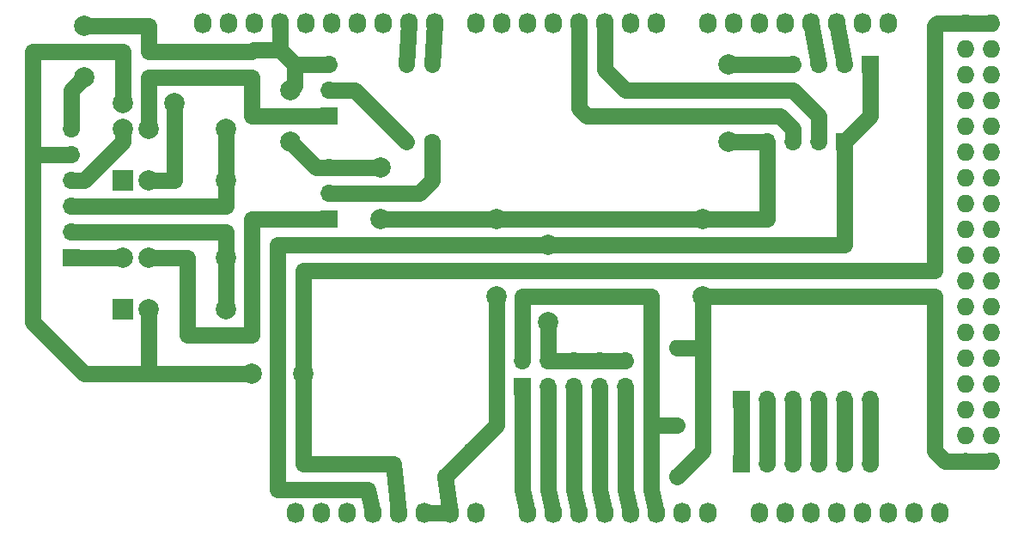
<source format=gbr>
G04 #@! TF.GenerationSoftware,KiCad,Pcbnew,6.0.0-unknown-90f06c5~86~ubuntu18.04.1*
G04 #@! TF.CreationDate,2019-08-27T17:16:46+12:00*
G04 #@! TF.ProjectId,flip-controller-pcb,666c6970-2d63-46f6-9e74-726f6c6c6572,rev?*
G04 #@! TF.SameCoordinates,Original*
G04 #@! TF.FileFunction,Copper,L2,Bot*
G04 #@! TF.FilePolarity,Positive*
%FSLAX46Y46*%
G04 Gerber Fmt 4.6, Leading zero omitted, Abs format (unit mm)*
G04 Created by KiCad (PCBNEW 6.0.0-unknown-90f06c5~86~ubuntu18.04.1) date 2019-08-27 17:16:46*
%MOMM*%
%LPD*%
G04 APERTURE LIST*
%ADD10O,1.700000X1.700000*%
%ADD11R,1.700000X1.700000*%
%ADD12O,1.600000X1.600000*%
%ADD13C,1.600000*%
%ADD14C,2.000000*%
%ADD15R,2.000000X2.000000*%
%ADD16C,1.727200*%
%ADD17O,1.727200X1.727200*%
%ADD18O,1.727200X2.032000*%
%ADD19C,1.600000*%
G04 APERTURE END LIST*
D10*
X163830000Y-104140000D03*
X163830000Y-106680000D03*
X161290000Y-104140000D03*
X161290000Y-106680000D03*
X158750000Y-104140000D03*
X158750000Y-106680000D03*
X156210000Y-104140000D03*
X156210000Y-106680000D03*
X153670000Y-104140000D03*
D11*
X153670000Y-106680000D03*
D10*
X177800000Y-82550000D03*
X180340000Y-82550000D03*
X182880000Y-82550000D03*
D11*
X185420000Y-82550000D03*
D10*
X187960000Y-107950000D03*
X185420000Y-107950000D03*
X182880000Y-107950000D03*
X180340000Y-107950000D03*
X177800000Y-107950000D03*
D11*
X175260000Y-107950000D03*
D10*
X187960000Y-114300000D03*
X185420000Y-114300000D03*
X182880000Y-114300000D03*
X180340000Y-114300000D03*
X177800000Y-114300000D03*
D11*
X175260000Y-114300000D03*
D10*
X180340000Y-74930000D03*
X182880000Y-74930000D03*
X185420000Y-74930000D03*
D11*
X187960000Y-74930000D03*
D10*
X109220000Y-81280000D03*
X109220000Y-83820000D03*
X109220000Y-86360000D03*
X109220000Y-88900000D03*
X109220000Y-91440000D03*
D11*
X109220000Y-93980000D03*
D10*
X134620000Y-74930000D03*
X134620000Y-77470000D03*
D11*
X134620000Y-80010000D03*
D10*
X134620000Y-85090000D03*
X134620000Y-87630000D03*
D11*
X134620000Y-90170000D03*
D12*
X142240000Y-74930000D03*
D13*
X142240000Y-82550000D03*
D12*
X144780000Y-74930000D03*
D13*
X144780000Y-82550000D03*
D14*
X124460000Y-86360000D03*
X124460000Y-81280000D03*
X116840000Y-86360000D03*
D15*
X114300000Y-86360000D03*
D14*
X116840000Y-81280000D03*
X114300000Y-81280000D03*
X124460000Y-99060000D03*
X124460000Y-93980000D03*
X116840000Y-99060000D03*
D15*
X114300000Y-99060000D03*
D14*
X116840000Y-93980000D03*
X114300000Y-93980000D03*
D12*
X168910000Y-102870000D03*
D13*
X168910000Y-110490000D03*
D12*
X171450000Y-113030000D03*
D13*
X163830000Y-113030000D03*
D12*
X168910000Y-115570000D03*
D13*
X161290000Y-115570000D03*
D12*
X151130000Y-110490000D03*
D13*
X158750000Y-110490000D03*
D12*
X148590000Y-113030000D03*
D13*
X156210000Y-113030000D03*
D12*
X146050000Y-115570000D03*
D13*
X153670000Y-115570000D03*
D16*
X197358000Y-114046000D03*
D17*
X199898000Y-114046000D03*
X197358000Y-111506000D03*
X199898000Y-111506000D03*
X197358000Y-108966000D03*
X199898000Y-108966000D03*
X197358000Y-106426000D03*
X199898000Y-106426000D03*
X197358000Y-103886000D03*
X199898000Y-103886000D03*
X197358000Y-101346000D03*
X199898000Y-101346000D03*
X197358000Y-98806000D03*
X199898000Y-98806000D03*
X197358000Y-96266000D03*
X199898000Y-96266000D03*
X197358000Y-93726000D03*
X199898000Y-93726000D03*
X197358000Y-91186000D03*
X199898000Y-91186000D03*
X197358000Y-88646000D03*
X199898000Y-88646000D03*
X197358000Y-86106000D03*
X199898000Y-86106000D03*
X197358000Y-83566000D03*
X199898000Y-83566000D03*
X197358000Y-81026000D03*
X199898000Y-81026000D03*
X197358000Y-78486000D03*
X199898000Y-78486000D03*
X197358000Y-75946000D03*
X199898000Y-75946000D03*
X197358000Y-73406000D03*
X199898000Y-73406000D03*
X197358000Y-70866000D03*
X199898000Y-70866000D03*
D18*
X131318000Y-119126000D03*
X133858000Y-119126000D03*
X136398000Y-119126000D03*
X138938000Y-119126000D03*
X141478000Y-119126000D03*
X144018000Y-119126000D03*
X146558000Y-119126000D03*
X149098000Y-119126000D03*
X154178000Y-119126000D03*
X156718000Y-119126000D03*
X159258000Y-119126000D03*
X161798000Y-119126000D03*
X164338000Y-119126000D03*
X166878000Y-119126000D03*
X169418000Y-119126000D03*
X171958000Y-119126000D03*
X177038000Y-119126000D03*
X179578000Y-119126000D03*
X182118000Y-119126000D03*
X184658000Y-119126000D03*
X187198000Y-119126000D03*
X189738000Y-119126000D03*
X192278000Y-119126000D03*
X194818000Y-119126000D03*
X122174000Y-70866000D03*
X124714000Y-70866000D03*
X127254000Y-70866000D03*
X129794000Y-70866000D03*
X132334000Y-70866000D03*
X134874000Y-70866000D03*
X137414000Y-70866000D03*
X139954000Y-70866000D03*
X142494000Y-70866000D03*
X145034000Y-70866000D03*
X149098000Y-70866000D03*
X151638000Y-70866000D03*
X154178000Y-70866000D03*
X156718000Y-70866000D03*
X159258000Y-70866000D03*
X161798000Y-70866000D03*
X164338000Y-70866000D03*
X166878000Y-70866000D03*
X171958000Y-70866000D03*
X174498000Y-70866000D03*
X177038000Y-70866000D03*
X179578000Y-70866000D03*
X182118000Y-70866000D03*
X184658000Y-70866000D03*
X187198000Y-70866000D03*
X189738000Y-70866000D03*
D14*
X151130000Y-97790000D03*
X171450000Y-90170000D03*
X171450000Y-97790000D03*
X156210000Y-92710000D03*
X156210000Y-100330000D03*
X114300000Y-78740000D03*
X127000000Y-105410000D03*
X119380000Y-78740000D03*
X132080000Y-105410000D03*
X173990000Y-82550000D03*
X110490000Y-71120000D03*
X110490000Y-76200000D03*
X139700000Y-85090000D03*
X130810000Y-82550000D03*
X130810000Y-77470000D03*
X139700000Y-90170000D03*
X151130000Y-90170000D03*
X173990000Y-74930000D03*
D19*
X151130000Y-110490000D02*
X151130000Y-97790000D01*
X148590000Y-113030000D02*
X151130000Y-110490000D01*
X146050000Y-115570000D02*
X148590000Y-113030000D01*
X146558000Y-119126000D02*
X146050000Y-115570000D01*
X195326000Y-114046000D02*
X194310000Y-113030000D01*
X197358000Y-114046000D02*
X195326000Y-114046000D01*
X194310000Y-113030000D02*
X194310000Y-97790000D01*
X194310000Y-97790000D02*
X171450000Y-97790000D01*
X171450000Y-102870000D02*
X171450000Y-97790000D01*
X171450000Y-90170000D02*
X177800000Y-90170000D01*
X153670000Y-97790000D02*
X153670000Y-104140000D01*
X166370000Y-97790000D02*
X153670000Y-97790000D01*
X166370000Y-110490000D02*
X166370000Y-97790000D01*
X156210000Y-92710000D02*
X185420000Y-92710000D01*
X156210000Y-104140000D02*
X156210000Y-100330000D01*
X158750000Y-104140000D02*
X156210000Y-104140000D01*
X161290000Y-104140000D02*
X158750000Y-104140000D01*
X163830000Y-104140000D02*
X161290000Y-104140000D01*
X168910000Y-115570000D02*
X171450000Y-113030000D01*
X171450000Y-102870000D02*
X168910000Y-102870000D01*
X171450000Y-113030000D02*
X171450000Y-102870000D01*
X166370000Y-116840000D02*
X166370000Y-110490000D01*
X168910000Y-110490000D02*
X166370000Y-110490000D01*
X163830000Y-113030000D02*
X163830000Y-106680000D01*
X163830000Y-116840000D02*
X163830000Y-113030000D01*
X161290000Y-115570000D02*
X161290000Y-106680000D01*
X161290000Y-116840000D02*
X161290000Y-115570000D01*
X158750000Y-110490000D02*
X158750000Y-106680000D01*
X158750000Y-116840000D02*
X158750000Y-110490000D01*
X156210000Y-113030000D02*
X156210000Y-106680000D01*
X156210000Y-116840000D02*
X156210000Y-113030000D01*
X153670000Y-115570000D02*
X153670000Y-107210010D01*
X153670000Y-116840000D02*
X153670000Y-115570000D01*
X166878000Y-119126000D02*
X166370000Y-116840000D01*
X164338000Y-119126000D02*
X163830000Y-116840000D01*
X161798000Y-119126000D02*
X161290000Y-116840000D01*
X159258000Y-119126000D02*
X158750000Y-116840000D01*
X154178000Y-119126000D02*
X153670000Y-116840000D01*
X156718000Y-119126000D02*
X156210000Y-116840000D01*
X175260000Y-114300000D02*
X175260000Y-107950000D01*
X177800000Y-114300000D02*
X177800000Y-107950000D01*
X180340000Y-114300000D02*
X180340000Y-107950000D01*
X182880000Y-114300000D02*
X182880000Y-107950000D01*
X185420000Y-114300000D02*
X185420000Y-107950000D01*
X187960000Y-114300000D02*
X187960000Y-107950000D01*
X137160000Y-77470000D02*
X134620000Y-77470000D01*
X142240000Y-82550000D02*
X137160000Y-77470000D01*
X144780000Y-86360000D02*
X143510000Y-87630000D01*
X144780000Y-82550000D02*
X144780000Y-86360000D01*
X143510000Y-87630000D02*
X134620000Y-87630000D01*
X127000000Y-76200000D02*
X127000000Y-80010000D01*
X116840000Y-76200000D02*
X127000000Y-76200000D01*
X116840000Y-81280000D02*
X116840000Y-76200000D01*
X134620000Y-80010000D02*
X127000000Y-80010000D01*
X127000000Y-90170000D02*
X127000000Y-101600000D01*
X127000000Y-101600000D02*
X120650000Y-101600000D01*
X120650000Y-101600000D02*
X120650000Y-93980000D01*
X120650000Y-93980000D02*
X116840000Y-93980000D01*
X134620000Y-90170000D02*
X127000000Y-90170000D01*
X114300000Y-93980000D02*
X109220000Y-93980000D01*
X124460000Y-91440000D02*
X109220000Y-91440000D01*
X124460000Y-93980000D02*
X124460000Y-91440000D01*
X124460000Y-99060000D02*
X124460000Y-93980000D01*
X124460000Y-88900000D02*
X109220000Y-88900000D01*
X124460000Y-86360000D02*
X124460000Y-88900000D01*
X124460000Y-81280000D02*
X124460000Y-86360000D01*
X110490000Y-86360000D02*
X114300000Y-82550000D01*
X109220000Y-86360000D02*
X110490000Y-86360000D01*
X114300000Y-82550000D02*
X114300000Y-81280000D01*
X185420000Y-74930000D02*
X184658000Y-70866000D01*
X184658000Y-71119540D02*
X184658000Y-70866000D01*
X182880000Y-74930000D02*
X182118000Y-70866000D01*
X182118000Y-71113942D02*
X182118000Y-70866000D01*
X185420000Y-82550000D02*
X187960000Y-80010000D01*
X187960000Y-80010000D02*
X187960000Y-74930000D01*
X185420000Y-92710000D02*
X185420000Y-82550000D01*
X129540000Y-92710000D02*
X156210000Y-92710000D01*
X129540000Y-116840000D02*
X129540000Y-92710000D01*
X138938000Y-119126000D02*
X138430000Y-116840000D01*
X138430000Y-116840000D02*
X129540000Y-116840000D01*
X163830000Y-77470000D02*
X161798000Y-75438000D01*
X161798000Y-75438000D02*
X161798000Y-70866000D01*
X180340000Y-77470000D02*
X163830000Y-77470000D01*
X182880000Y-80010000D02*
X180340000Y-77470000D01*
X182880000Y-82550000D02*
X182880000Y-80010000D01*
X160020000Y-80010000D02*
X159258000Y-79248000D01*
X159258000Y-79248000D02*
X159258000Y-70866000D01*
X179070000Y-80010000D02*
X160020000Y-80010000D01*
X180340000Y-81280000D02*
X179070000Y-80010000D01*
X180340000Y-82550000D02*
X180340000Y-81280000D01*
X145034000Y-70866000D02*
X144780000Y-74930000D01*
X142494000Y-70866000D02*
X142240000Y-74930000D01*
X194564000Y-70866000D02*
X194310000Y-71120000D01*
X194310000Y-95250000D02*
X167640000Y-95250000D01*
X197358000Y-70866000D02*
X194564000Y-70866000D01*
X194310000Y-71120000D02*
X194310000Y-95250000D01*
X105410000Y-73660000D02*
X105410000Y-76200000D01*
X114300000Y-73660000D02*
X105410000Y-73660000D01*
X114300000Y-78740000D02*
X114300000Y-73660000D01*
X105410000Y-83820000D02*
X105410000Y-100330000D01*
X105410000Y-76200000D02*
X105410000Y-83820000D01*
X109220000Y-83820000D02*
X105410000Y-83820000D01*
X105410000Y-100330000D02*
X110490000Y-105410000D01*
X110490000Y-105410000D02*
X116840000Y-105410000D01*
X119380000Y-86360000D02*
X119380000Y-78740000D01*
X199898000Y-70866000D02*
X197358000Y-70866000D01*
X116840000Y-105410000D02*
X127000000Y-105410000D01*
X116840000Y-86360000D02*
X119380000Y-86360000D01*
X132080000Y-114300000D02*
X132080000Y-105410000D01*
X132080000Y-97790000D02*
X132080000Y-105410000D01*
X132080000Y-95250000D02*
X132080000Y-97790000D01*
X116840000Y-99060000D02*
X116840000Y-105410000D01*
X140970000Y-114300000D02*
X132080000Y-114300000D01*
X132080000Y-95250000D02*
X135890000Y-95250000D01*
X141478000Y-119126000D02*
X140970000Y-114300000D01*
X165100000Y-95250000D02*
X167640000Y-95250000D01*
X162560000Y-95250000D02*
X165100000Y-95250000D01*
X160020000Y-95250000D02*
X162560000Y-95250000D01*
X157480000Y-95250000D02*
X160020000Y-95250000D01*
X154940000Y-95250000D02*
X157480000Y-95250000D01*
X148590000Y-95250000D02*
X154940000Y-95250000D01*
X146050000Y-95250000D02*
X148590000Y-95250000D01*
X143510000Y-95250000D02*
X146050000Y-95250000D01*
X140970000Y-95250000D02*
X143510000Y-95250000D01*
X138430000Y-95250000D02*
X140970000Y-95250000D01*
X135890000Y-95250000D02*
X138430000Y-95250000D01*
X173990000Y-74930000D02*
X180340000Y-74930000D01*
X173990000Y-82550000D02*
X173990000Y-82550000D01*
X177800000Y-82550000D02*
X173990000Y-82550000D01*
X177800000Y-90170000D02*
X177800000Y-82550000D01*
X151130000Y-90170000D02*
X171450000Y-90170000D01*
X199898000Y-114046000D02*
X197358000Y-114046000D01*
X110490000Y-71120000D02*
X110490000Y-71120000D01*
X116840000Y-71120000D02*
X110490000Y-71120000D01*
X116840000Y-73654402D02*
X116840000Y-71120000D01*
X127000000Y-73660000D02*
X116845598Y-73660000D01*
X116845598Y-73660000D02*
X116840000Y-73654402D01*
X129794000Y-73482000D02*
X127178000Y-73482000D01*
X127178000Y-73482000D02*
X127000000Y-73660000D01*
X110490000Y-76200000D02*
X110490000Y-76200000D01*
X109220000Y-77470000D02*
X110490000Y-76200000D01*
X109220000Y-81280000D02*
X109220000Y-77470000D01*
X134620000Y-85090000D02*
X139700000Y-85090000D01*
X133350000Y-85090000D02*
X130810000Y-82550000D01*
X134620000Y-85090000D02*
X133350000Y-85090000D01*
X131242000Y-77038000D02*
X130810000Y-77470000D01*
X131242000Y-74930000D02*
X131242000Y-77038000D01*
X129794000Y-73482000D02*
X131242000Y-74930000D01*
X129794000Y-70866000D02*
X129794000Y-73482000D01*
X131242000Y-74930000D02*
X134620000Y-74930000D01*
X144018000Y-119126000D02*
X146558000Y-119126000D01*
X139700000Y-90170000D02*
X151130000Y-90170000D01*
M02*

</source>
